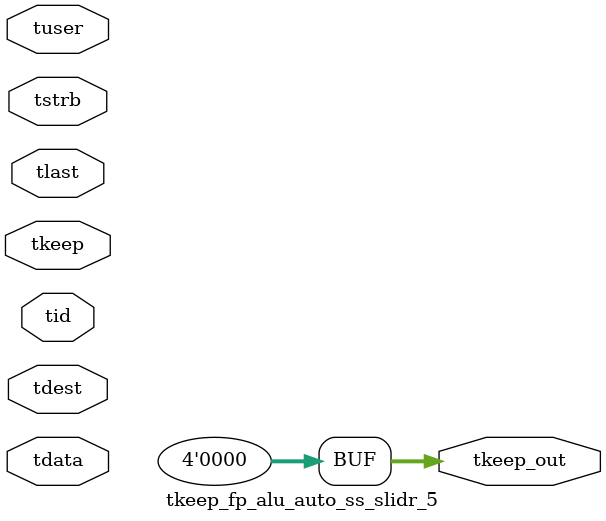
<source format=v>


`timescale 1ps/1ps

module tkeep_fp_alu_auto_ss_slidr_5 #
(
parameter C_S_AXIS_TDATA_WIDTH = 32,
parameter C_S_AXIS_TUSER_WIDTH = 0,
parameter C_S_AXIS_TID_WIDTH   = 0,
parameter C_S_AXIS_TDEST_WIDTH = 0,
parameter C_M_AXIS_TDATA_WIDTH = 32
)
(
input  [(C_S_AXIS_TDATA_WIDTH == 0 ? 1 : C_S_AXIS_TDATA_WIDTH)-1:0     ] tdata,
input  [(C_S_AXIS_TUSER_WIDTH == 0 ? 1 : C_S_AXIS_TUSER_WIDTH)-1:0     ] tuser,
input  [(C_S_AXIS_TID_WIDTH   == 0 ? 1 : C_S_AXIS_TID_WIDTH)-1:0       ] tid,
input  [(C_S_AXIS_TDEST_WIDTH == 0 ? 1 : C_S_AXIS_TDEST_WIDTH)-1:0     ] tdest,
input  [(C_S_AXIS_TDATA_WIDTH/8)-1:0 ] tkeep,
input  [(C_S_AXIS_TDATA_WIDTH/8)-1:0 ] tstrb,
input                                                                    tlast,
output [(C_M_AXIS_TDATA_WIDTH/8)-1:0 ] tkeep_out
);

assign tkeep_out = {1'b0};

endmodule


</source>
